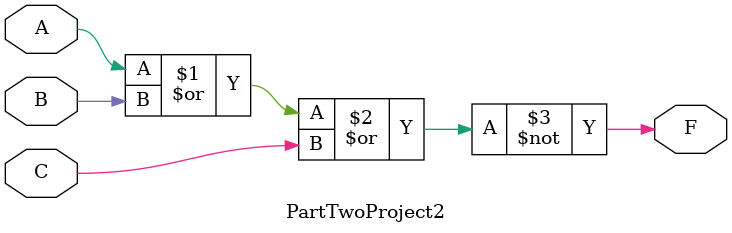
<source format=v>
`timescale 1ns / 1ps


module PartTwoProject2(
    input A,
    input B,
    input C,
    output F
    );
    nor(F, A, B, C);
endmodule

</source>
